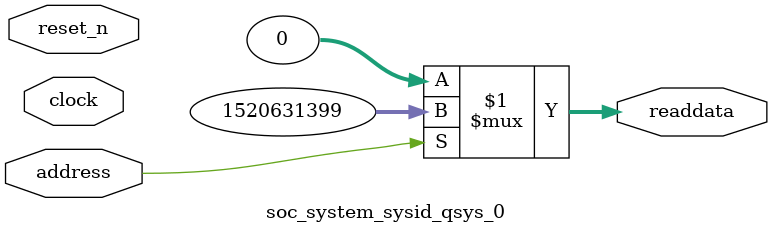
<source format=v>



// synthesis translate_off
`timescale 1ns / 1ps
// synthesis translate_on

// turn off superfluous verilog processor warnings 
// altera message_level Level1 
// altera message_off 10034 10035 10036 10037 10230 10240 10030 

module soc_system_sysid_qsys_0 (
               // inputs:
                address,
                clock,
                reset_n,

               // outputs:
                readdata
             )
;

  output  [ 31: 0] readdata;
  input            address;
  input            clock;
  input            reset_n;

  wire    [ 31: 0] readdata;
  //control_slave, which is an e_avalon_slave
  assign readdata = address ? 1520631399 : 0;

endmodule



</source>
